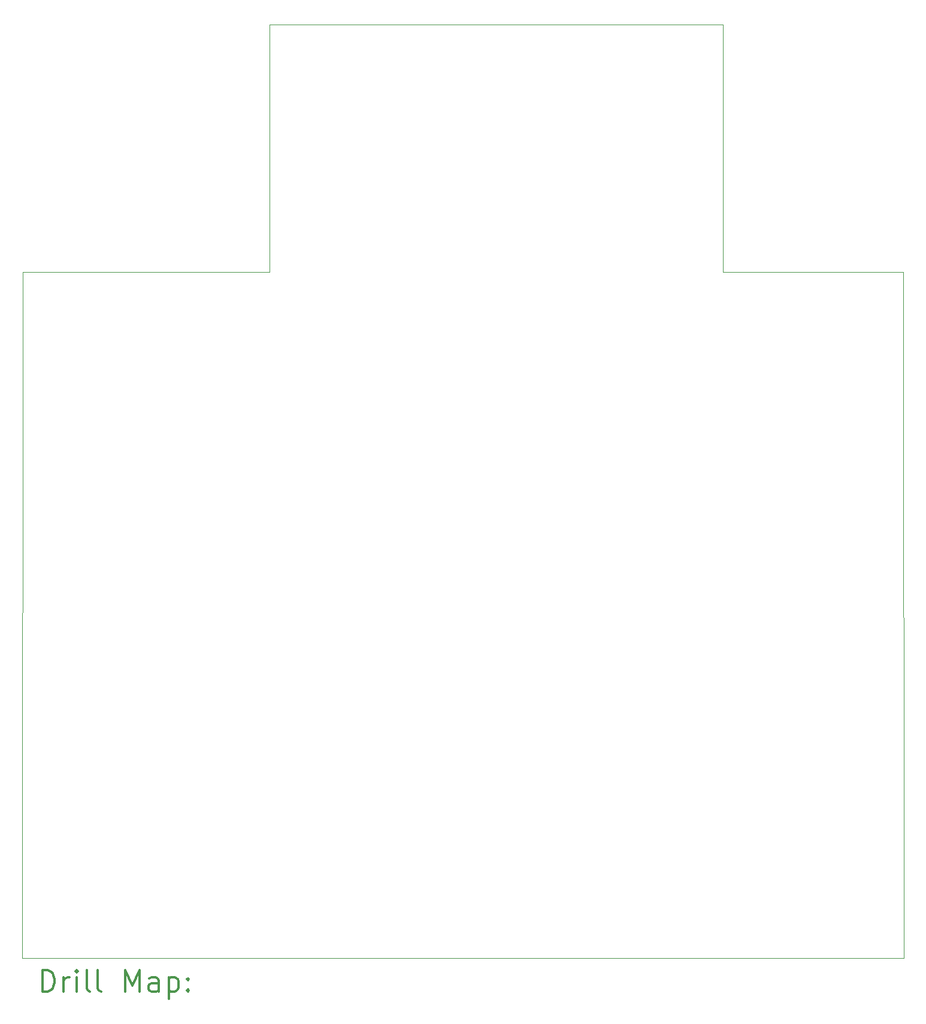
<source format=gbr>
%FSLAX45Y45*%
G04 Gerber Fmt 4.5, Leading zero omitted, Abs format (unit mm)*
G04 Created by KiCad (PCBNEW (5.1.2)-2) date 2021-07-04 15:23:22*
%MOMM*%
%LPD*%
G04 APERTURE LIST*
%ADD10C,0.050000*%
%ADD11C,0.200000*%
%ADD12C,0.300000*%
G04 APERTURE END LIST*
D10*
X2855000Y-6000000D02*
X6345000Y-6000000D01*
X2845000Y-15695000D02*
X2855000Y-6000000D01*
X15305000Y-15695000D02*
X2845000Y-15695000D01*
X15300000Y-6000000D02*
X15305000Y-15695000D01*
X12750000Y-6000000D02*
X15300000Y-6000000D01*
X12750000Y-2500000D02*
X12750000Y-6000000D01*
X6345000Y-2500000D02*
X12750000Y-2500000D01*
X6345000Y-6000000D02*
X6345000Y-2500000D01*
D11*
D12*
X3128928Y-16163214D02*
X3128928Y-15863214D01*
X3200357Y-15863214D01*
X3243214Y-15877500D01*
X3271786Y-15906071D01*
X3286071Y-15934643D01*
X3300357Y-15991786D01*
X3300357Y-16034643D01*
X3286071Y-16091786D01*
X3271786Y-16120357D01*
X3243214Y-16148929D01*
X3200357Y-16163214D01*
X3128928Y-16163214D01*
X3428928Y-16163214D02*
X3428928Y-15963214D01*
X3428928Y-16020357D02*
X3443214Y-15991786D01*
X3457500Y-15977500D01*
X3486071Y-15963214D01*
X3514643Y-15963214D01*
X3614643Y-16163214D02*
X3614643Y-15963214D01*
X3614643Y-15863214D02*
X3600357Y-15877500D01*
X3614643Y-15891786D01*
X3628928Y-15877500D01*
X3614643Y-15863214D01*
X3614643Y-15891786D01*
X3800357Y-16163214D02*
X3771786Y-16148929D01*
X3757500Y-16120357D01*
X3757500Y-15863214D01*
X3957500Y-16163214D02*
X3928928Y-16148929D01*
X3914643Y-16120357D01*
X3914643Y-15863214D01*
X4300357Y-16163214D02*
X4300357Y-15863214D01*
X4400357Y-16077500D01*
X4500357Y-15863214D01*
X4500357Y-16163214D01*
X4771786Y-16163214D02*
X4771786Y-16006071D01*
X4757500Y-15977500D01*
X4728928Y-15963214D01*
X4671786Y-15963214D01*
X4643214Y-15977500D01*
X4771786Y-16148929D02*
X4743214Y-16163214D01*
X4671786Y-16163214D01*
X4643214Y-16148929D01*
X4628928Y-16120357D01*
X4628928Y-16091786D01*
X4643214Y-16063214D01*
X4671786Y-16048929D01*
X4743214Y-16048929D01*
X4771786Y-16034643D01*
X4914643Y-15963214D02*
X4914643Y-16263214D01*
X4914643Y-15977500D02*
X4943214Y-15963214D01*
X5000357Y-15963214D01*
X5028928Y-15977500D01*
X5043214Y-15991786D01*
X5057500Y-16020357D01*
X5057500Y-16106071D01*
X5043214Y-16134643D01*
X5028928Y-16148929D01*
X5000357Y-16163214D01*
X4943214Y-16163214D01*
X4914643Y-16148929D01*
X5186071Y-16134643D02*
X5200357Y-16148929D01*
X5186071Y-16163214D01*
X5171786Y-16148929D01*
X5186071Y-16134643D01*
X5186071Y-16163214D01*
X5186071Y-15977500D02*
X5200357Y-15991786D01*
X5186071Y-16006071D01*
X5171786Y-15991786D01*
X5186071Y-15977500D01*
X5186071Y-16006071D01*
M02*

</source>
